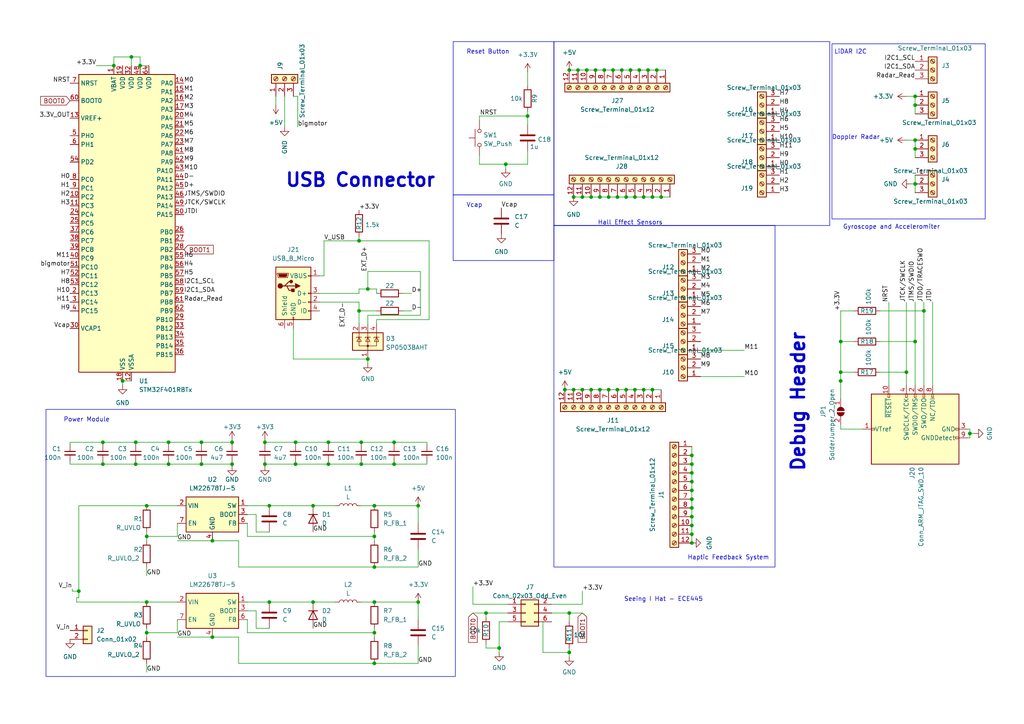
<source format=kicad_sch>
(kicad_sch (version 20230121) (generator eeschema)
  (paper "A4")
  (junction (at 90.805 174.625))
  (junction (at 173.99 57.15))
  (junction (at 165.1 177.8))
  (junction (at 200.66 157.48))
  (junction (at 166.37 57.15))
  (junction (at 173.99 113.03))
  (junction (at 35.56 110.49))
  (junction (at 189.23 57.15))
  (junction (at 90.805 146.685))
  (junction (at 267.97 90.17))
  (junction (at 67.31 128.27))
  (junction (at 265.43 99.06))
  (junction (at 184.15 57.15))
  (junction (at 39.37 134.62))
  (junction (at 179.07 57.15))
  (junction (at 200.66 139.7))
  (junction (at 167.64 20.32))
  (junction (at 184.15 113.03))
  (junction (at 176.53 113.03))
  (junction (at 153.035 33.655))
  (junction (at 76.835 128.27))
  (junction (at 42.545 155.575))
  (junction (at 262.89 107.95))
  (junction (at 58.42 128.27))
  (junction (at 42.545 183.515))
  (junction (at 78.105 174.625))
  (junction (at 78.105 146.685))
  (junction (at 265.43 40.64))
  (junction (at 38.1 16.51))
  (junction (at 243.84 107.95))
  (junction (at 42.545 146.685))
  (junction (at 186.69 57.15))
  (junction (at 140.97 177.8))
  (junction (at 58.42 134.62))
  (junction (at 190.5 20.32))
  (junction (at 187.96 20.32))
  (junction (at 181.61 57.15))
  (junction (at 114.3 128.27))
  (junction (at 106.68 104.14))
  (junction (at 106.68 83.82))
  (junction (at 48.895 134.62))
  (junction (at 85.725 128.27))
  (junction (at 189.23 113.03))
  (junction (at 121.285 146.685))
  (junction (at 166.37 113.03))
  (junction (at 200.66 149.86))
  (junction (at 121.285 174.625))
  (junction (at 146.685 47.625))
  (junction (at 177.8 20.32))
  (junction (at 265.43 27.94))
  (junction (at 39.37 128.27))
  (junction (at 108.585 192.405))
  (junction (at 85.725 134.62))
  (junction (at 104.14 69.85))
  (junction (at 22.86 171.45))
  (junction (at 176.53 57.15))
  (junction (at 200.66 147.32))
  (junction (at 191.77 57.15))
  (junction (at 108.585 183.515))
  (junction (at 180.34 20.32))
  (junction (at 200.66 134.62))
  (junction (at 61.595 156.845))
  (junction (at 200.66 132.08))
  (junction (at 40.64 19.05))
  (junction (at 165.1 189.23))
  (junction (at 108.585 155.575))
  (junction (at 144.78 187.96))
  (junction (at 172.72 20.32))
  (junction (at 200.66 144.78))
  (junction (at 200.66 152.4))
  (junction (at 168.91 113.03))
  (junction (at 243.84 99.06))
  (junction (at 200.66 137.16))
  (junction (at 165.1 20.32))
  (junction (at 200.66 142.24))
  (junction (at 108.585 174.625))
  (junction (at 168.91 57.15))
  (junction (at 104.14 90.17))
  (junction (at 104.775 128.27))
  (junction (at 182.88 20.32))
  (junction (at 114.3 134.62))
  (junction (at 104.775 134.62))
  (junction (at 181.61 113.03))
  (junction (at 243.84 110.49))
  (junction (at 265.43 43.18))
  (junction (at 67.31 134.62))
  (junction (at 61.595 184.785))
  (junction (at 108.585 164.465))
  (junction (at 48.895 128.27))
  (junction (at 29.845 134.62))
  (junction (at 171.45 57.15))
  (junction (at 265.43 53.34))
  (junction (at 108.585 146.685))
  (junction (at 186.69 113.03))
  (junction (at 95.25 128.27))
  (junction (at 170.18 20.32))
  (junction (at 200.66 154.94))
  (junction (at 29.845 128.27))
  (junction (at 171.45 113.03))
  (junction (at 175.26 20.32))
  (junction (at 281.305 125.73))
  (junction (at 179.07 113.03))
  (junction (at 76.835 134.62))
  (junction (at 95.25 134.62))
  (junction (at 163.83 113.03))
  (junction (at 265.43 30.48))
  (junction (at 33.02 19.05))
  (junction (at 185.42 20.32))
  (junction (at 42.545 174.625))
  (wire (pts (xy 67.31 128.27) (xy 58.42 128.27)))
  (wire (pts (xy 67.31 134.62) (xy 67.31 133.985)))
  (wire (pts (xy 85.725 128.27) (xy 95.25 128.27)))
  (wire (pts (xy 92.71 85.09) (xy 104.14 85.09)))
  (wire (pts (xy 78.105 154.305) (xy 74.295 154.305)))
  (wire (pts (xy 48.895 128.905) (xy 48.895 128.27)))
  (wire (pts (xy 104.775 174.625) (xy 108.585 174.625)))
  (wire (pts (xy 121.285 146.685) (xy 121.285 151.765)))
  (wire (pts (xy 108.585 146.685) (xy 121.285 146.685)))
  (wire (pts (xy 262.89 27.94) (xy 265.43 27.94)))
  (wire (pts (xy 166.37 113.03) (xy 168.91 113.03)))
  (wire (pts (xy 140.97 186.69) (xy 140.97 187.96)))
  (wire (pts (xy 139.065 34.925) (xy 139.065 33.655)))
  (wire (pts (xy 106.68 93.98) (xy 106.68 91.44)))
  (wire (pts (xy 267.97 90.17) (xy 267.97 87.63)))
  (wire (pts (xy 29.845 128.27) (xy 20.32 128.27)))
  (wire (pts (xy 106.68 78.74) (xy 106.68 83.82)))
  (wire (pts (xy 157.48 189.23) (xy 165.1 189.23)))
  (wire (pts (xy 203.2 101.6) (xy 215.9 101.6)))
  (wire (pts (xy 171.45 113.03) (xy 173.99 113.03)))
  (wire (pts (xy 179.07 57.15) (xy 181.61 57.15)))
  (wire (pts (xy 93.98 69.85) (xy 104.14 69.85)))
  (wire (pts (xy 146.685 47.625) (xy 146.685 48.895)))
  (wire (pts (xy 153.035 47.625) (xy 146.685 47.625)))
  (wire (pts (xy 82.55 36.83) (xy 82.55 27.94)))
  (wire (pts (xy 104.775 134.62) (xy 114.3 134.62)))
  (wire (pts (xy 140.97 187.96) (xy 144.78 187.96)))
  (wire (pts (xy 186.69 57.15) (xy 189.23 57.15)))
  (wire (pts (xy 20.32 128.27) (xy 20.32 128.905)))
  (wire (pts (xy 40.64 19.05) (xy 43.18 19.05)))
  (wire (pts (xy 76.835 135.255) (xy 76.835 134.62)))
  (wire (pts (xy 95.25 133.985) (xy 95.25 134.62)))
  (wire (pts (xy 109.22 93.98) (xy 109.22 92.71)))
  (wire (pts (xy 153.035 33.655) (xy 153.035 36.195)))
  (wire (pts (xy 106.68 104.14) (xy 106.68 105.41)))
  (wire (pts (xy 262.89 40.64) (xy 265.43 40.64)))
  (wire (pts (xy 243.84 90.17) (xy 247.65 90.17)))
  (wire (pts (xy 139.065 45.085) (xy 139.065 47.625)))
  (wire (pts (xy 123.825 134.62) (xy 123.825 133.985)))
  (wire (pts (xy 39.37 133.985) (xy 39.37 134.62)))
  (wire (pts (xy 51.435 156.845) (xy 61.595 156.845)))
  (wire (pts (xy 243.84 123.19) (xy 243.84 124.46)))
  (wire (pts (xy 76.835 128.27) (xy 76.835 128.905)))
  (wire (pts (xy 69.215 192.405) (xy 69.215 184.785)))
  (wire (pts (xy 67.31 128.27) (xy 67.31 128.905)))
  (wire (pts (xy 265.43 30.48) (xy 265.43 33.02)))
  (wire (pts (xy 123.825 128.27) (xy 123.825 128.905)))
  (wire (pts (xy 106.68 83.82) (xy 109.22 83.82)))
  (wire (pts (xy 42.545 183.515) (xy 42.545 184.785)))
  (wire (pts (xy 114.3 133.985) (xy 114.3 134.62)))
  (wire (pts (xy 137.16 177.8) (xy 140.97 177.8)))
  (wire (pts (xy 168.91 113.03) (xy 171.45 113.03)))
  (wire (pts (xy 48.895 128.27) (xy 39.37 128.27)))
  (wire (pts (xy 104.14 69.85) (xy 104.14 68.58)))
  (wire (pts (xy 42.545 183.515) (xy 51.435 183.515)))
  (wire (pts (xy 108.585 174.625) (xy 121.285 174.625)))
  (wire (pts (xy 153.035 43.815) (xy 153.035 47.625)))
  (wire (pts (xy 76.835 134.62) (xy 85.725 134.62)))
  (wire (pts (xy 104.775 133.985) (xy 104.775 134.62)))
  (wire (pts (xy 109.22 83.82) (xy 109.22 85.09)))
  (wire (pts (xy 33.02 16.51) (xy 33.02 19.05)))
  (wire (pts (xy 165.1 189.23) (xy 165.1 190.5)))
  (wire (pts (xy 121.285 187.325) (xy 121.285 192.405)))
  (wire (pts (xy 74.295 149.225) (xy 71.755 149.225)))
  (wire (pts (xy 265.43 50.8) (xy 265.43 53.34)))
  (wire (pts (xy 108.585 182.245) (xy 108.585 183.515)))
  (wire (pts (xy 182.88 20.32) (xy 185.42 20.32)))
  (wire (pts (xy 281.305 125.73) (xy 282.575 125.73)))
  (wire (pts (xy 74.295 182.245) (xy 74.295 177.165)))
  (wire (pts (xy 265.43 111.76) (xy 265.43 99.06)))
  (wire (pts (xy 39.37 134.62) (xy 29.845 134.62)))
  (wire (pts (xy 42.545 164.465) (xy 42.545 167.005)))
  (wire (pts (xy 95.25 128.905) (xy 95.25 128.27)))
  (wire (pts (xy 185.42 20.32) (xy 187.96 20.32)))
  (wire (pts (xy 39.37 128.27) (xy 29.845 128.27)))
  (wire (pts (xy 173.99 57.15) (xy 176.53 57.15)))
  (wire (pts (xy 74.295 177.165) (xy 71.755 177.165)))
  (wire (pts (xy 20.955 170.815) (xy 20.955 171.45)))
  (wire (pts (xy 280.67 127) (xy 281.305 127)))
  (wire (pts (xy 78.105 182.245) (xy 74.295 182.245)))
  (wire (pts (xy 160.02 180.34) (xy 157.48 180.34)))
  (wire (pts (xy 40.64 16.51) (xy 40.64 19.05)))
  (wire (pts (xy 186.69 113.03) (xy 189.23 113.03)))
  (wire (pts (xy 93.98 80.01) (xy 92.71 80.01)))
  (wire (pts (xy 93.98 69.85) (xy 93.98 80.01)))
  (wire (pts (xy 39.37 128.905) (xy 39.37 128.27)))
  (wire (pts (xy 42.545 192.405) (xy 42.545 194.945)))
  (wire (pts (xy 144.78 180.34) (xy 147.32 180.34)))
  (wire (pts (xy 265.43 27.94) (xy 265.43 30.48)))
  (wire (pts (xy 67.31 134.62) (xy 58.42 134.62)))
  (wire (pts (xy 33.02 16.51) (xy 38.1 16.51)))
  (wire (pts (xy 85.09 104.14) (xy 106.68 104.14)))
  (wire (pts (xy 71.755 183.515) (xy 108.585 183.515)))
  (wire (pts (xy 160.02 177.8) (xy 165.1 177.8)))
  (wire (pts (xy 69.215 164.465) (xy 69.215 156.845)))
  (wire (pts (xy 108.585 154.305) (xy 108.585 155.575)))
  (wire (pts (xy 200.66 144.78) (xy 200.66 142.24)))
  (wire (pts (xy 165.1 177.8) (xy 168.91 177.8)))
  (wire (pts (xy 22.225 174.625) (xy 42.545 174.625)))
  (wire (pts (xy 139.065 47.625) (xy 146.685 47.625)))
  (wire (pts (xy 116.84 90.17) (xy 119.38 90.17)))
  (wire (pts (xy 104.775 128.905) (xy 104.775 128.27)))
  (wire (pts (xy 86.36 36.83) (xy 86.36 27.94)))
  (wire (pts (xy 121.285 174.625) (xy 121.285 179.705)))
  (wire (pts (xy 114.3 128.905) (xy 114.3 128.27)))
  (wire (pts (xy 144.78 180.34) (xy 144.78 187.96)))
  (wire (pts (xy 243.84 124.46) (xy 250.19 124.46)))
  (wire (pts (xy 243.84 115.57) (xy 243.84 110.49)))
  (wire (pts (xy 85.725 134.62) (xy 95.25 134.62)))
  (wire (pts (xy 108.585 192.405) (xy 121.285 192.405)))
  (wire (pts (xy 255.27 107.95) (xy 262.89 107.95)))
  (wire (pts (xy 140.97 177.8) (xy 140.97 179.07)))
  (wire (pts (xy 58.42 133.985) (xy 58.42 134.62)))
  (wire (pts (xy 264.16 53.34) (xy 265.43 53.34)))
  (wire (pts (xy 166.37 57.15) (xy 168.91 57.15)))
  (wire (pts (xy 189.23 113.03) (xy 191.77 113.03)))
  (wire (pts (xy 265.43 53.34) (xy 265.43 55.88)))
  (wire (pts (xy 109.22 92.71) (xy 124.46 92.71)))
  (wire (pts (xy 86.36 27.94) (xy 85.09 27.94)))
  (wire (pts (xy 200.66 137.16) (xy 200.66 134.62)))
  (wire (pts (xy 255.27 90.17) (xy 267.97 90.17)))
  (wire (pts (xy 257.81 111.76) (xy 257.81 87.63)))
  (wire (pts (xy 58.42 134.62) (xy 48.895 134.62)))
  (wire (pts (xy 95.25 128.27) (xy 104.775 128.27)))
  (wire (pts (xy 90.805 146.685) (xy 97.155 146.685)))
  (wire (pts (xy 61.595 184.785) (xy 69.215 184.785)))
  (wire (pts (xy 22.86 146.685) (xy 42.545 146.685)))
  (wire (pts (xy 243.205 110.49) (xy 243.84 110.49)))
  (wire (pts (xy 281.305 127) (xy 281.305 125.73)))
  (wire (pts (xy 153.035 32.385) (xy 153.035 33.655)))
  (wire (pts (xy 200.66 134.62) (xy 200.66 132.08)))
  (wire (pts (xy 177.8 20.32) (xy 180.34 20.32)))
  (wire (pts (xy 48.895 134.62) (xy 39.37 134.62)))
  (wire (pts (xy 71.755 179.705) (xy 71.755 183.515)))
  (wire (pts (xy 265.43 99.06) (xy 265.43 87.63)))
  (wire (pts (xy 200.66 152.4) (xy 200.66 149.86)))
  (wire (pts (xy 147.32 177.8) (xy 140.97 177.8)))
  (wire (pts (xy 121.92 78.74) (xy 106.68 78.74)))
  (wire (pts (xy 108.585 183.515) (xy 108.585 184.785)))
  (wire (pts (xy 267.97 111.76) (xy 267.97 90.17)))
  (wire (pts (xy 90.805 174.625) (xy 97.155 174.625)))
  (wire (pts (xy 184.15 57.15) (xy 186.69 57.15)))
  (wire (pts (xy 29.845 128.905) (xy 29.845 128.27)))
  (wire (pts (xy 22.86 171.45) (xy 22.86 146.685)))
  (wire (pts (xy 42.545 154.305) (xy 42.545 155.575)))
  (wire (pts (xy 71.755 155.575) (xy 108.585 155.575)))
  (wire (pts (xy 114.3 128.27) (xy 123.825 128.27)))
  (wire (pts (xy 200.66 142.24) (xy 200.66 139.7)))
  (wire (pts (xy 71.755 151.765) (xy 71.755 155.575)))
  (wire (pts (xy 76.835 134.62) (xy 76.835 133.985)))
  (wire (pts (xy 280.67 124.46) (xy 281.305 124.46)))
  (wire (pts (xy 67.31 135.255) (xy 67.31 134.62)))
  (wire (pts (xy 80.01 27.94) (xy 80.01 30.48)))
  (wire (pts (xy 42.545 182.245) (xy 42.545 183.515)))
  (wire (pts (xy 184.15 113.03) (xy 186.69 113.03)))
  (wire (pts (xy 104.14 90.17) (xy 104.14 93.98)))
  (wire (pts (xy 200.66 132.08) (xy 200.66 129.54)))
  (wire (pts (xy 243.84 107.95) (xy 243.84 99.06)))
  (wire (pts (xy 76.835 128.27) (xy 85.725 128.27)))
  (wire (pts (xy 104.14 87.63) (xy 104.14 90.17)))
  (wire (pts (xy 137.16 170.18) (xy 137.16 175.26)))
  (wire (pts (xy 181.61 57.15) (xy 184.15 57.15)))
  (wire (pts (xy 71.755 174.625) (xy 78.105 174.625)))
  (wire (pts (xy 67.31 127.635) (xy 67.31 128.27)))
  (wire (pts (xy 78.105 174.625) (xy 90.805 174.625)))
  (wire (pts (xy 104.14 83.82) (xy 106.68 83.82)))
  (wire (pts (xy 29.845 133.985) (xy 29.845 134.62)))
  (wire (pts (xy 270.51 111.76) (xy 270.51 87.63)))
  (wire (pts (xy 200.66 154.94) (xy 200.66 152.4)))
  (wire (pts (xy 163.83 113.03) (xy 166.37 113.03)))
  (wire (pts (xy 203.2 109.22) (xy 215.9 109.22)))
  (wire (pts (xy 104.775 128.27) (xy 114.3 128.27)))
  (wire (pts (xy 187.96 20.32) (xy 190.5 20.32)))
  (wire (pts (xy 42.545 155.575) (xy 51.435 155.575)))
  (wire (pts (xy 22.86 173.355) (xy 22.225 173.355)))
  (wire (pts (xy 262.89 107.95) (xy 262.89 87.63)))
  (wire (pts (xy 104.775 146.685) (xy 108.585 146.685)))
  (wire (pts (xy 190.5 20.32) (xy 193.04 20.32)))
  (wire (pts (xy 153.035 20.955) (xy 153.035 24.765)))
  (wire (pts (xy 74.295 154.305) (xy 74.295 149.225)))
  (wire (pts (xy 137.16 175.26) (xy 147.32 175.26)))
  (wire (pts (xy 165.1 20.32) (xy 167.64 20.32)))
  (wire (pts (xy 104.14 90.17) (xy 109.22 90.17)))
  (wire (pts (xy 20.32 134.62) (xy 20.32 133.985)))
  (wire (pts (xy 48.895 133.985) (xy 48.895 134.62)))
  (wire (pts (xy 22.86 173.355) (xy 22.86 171.45)))
  (wire (pts (xy 104.14 83.82) (xy 104.14 85.09)))
  (wire (pts (xy 175.26 20.32) (xy 177.8 20.32)))
  (wire (pts (xy 51.435 184.785) (xy 61.595 184.785)))
  (wire (pts (xy 165.1 187.96) (xy 165.1 189.23)))
  (wire (pts (xy 69.215 164.465) (xy 108.585 164.465)))
  (wire (pts (xy 106.68 91.44) (xy 121.92 91.44)))
  (wire (pts (xy 29.845 134.62) (xy 20.32 134.62)))
  (wire (pts (xy 243.84 107.95) (xy 247.65 107.95)))
  (wire (pts (xy 189.23 57.15) (xy 191.77 57.15)))
  (wire (pts (xy 69.215 192.405) (xy 108.585 192.405)))
  (wire (pts (xy 51.435 155.575) (xy 51.435 151.765)))
  (wire (pts (xy 191.77 57.15) (xy 194.31 57.15)))
  (wire (pts (xy 167.64 20.32) (xy 170.18 20.32)))
  (wire (pts (xy 35.56 110.49) (xy 38.1 110.49)))
  (wire (pts (xy 243.84 99.06) (xy 247.65 99.06)))
  (wire (pts (xy 116.84 85.09) (xy 119.38 85.09)))
  (wire (pts (xy 92.71 87.63) (xy 104.14 87.63)))
  (wire (pts (xy 172.72 20.32) (xy 175.26 20.32)))
  (wire (pts (xy 121.285 159.385) (xy 121.285 164.465)))
  (wire (pts (xy 124.46 69.85) (xy 104.14 69.85)))
  (wire (pts (xy 262.89 111.76) (xy 262.89 107.95)))
  (wire (pts (xy 121.92 91.44) (xy 121.92 78.74)))
  (wire (pts (xy 20.955 171.45) (xy 22.86 171.45)))
  (wire (pts (xy 180.34 20.32) (xy 182.88 20.32)))
  (wire (pts (xy 85.725 128.905) (xy 85.725 128.27)))
  (wire (pts (xy 243.84 110.49) (xy 243.84 107.95)))
  (wire (pts (xy 51.435 183.515) (xy 51.435 179.705)))
  (wire (pts (xy 168.91 171.45) (xy 168.91 175.26)))
  (wire (pts (xy 35.56 110.49) (xy 35.56 111.76)))
  (wire (pts (xy 200.66 157.48) (xy 200.66 154.94)))
  (wire (pts (xy 38.1 16.51) (xy 40.64 16.51)))
  (wire (pts (xy 114.3 134.62) (xy 123.825 134.62)))
  (wire (pts (xy 42.545 146.685) (xy 51.435 146.685)))
  (wire (pts (xy 108.585 155.575) (xy 108.585 156.845)))
  (wire (pts (xy 265.43 43.18) (xy 265.43 40.64)))
  (wire (pts (xy 85.09 95.25) (xy 85.09 104.14)))
  (wire (pts (xy 176.53 113.03) (xy 179.07 113.03)))
  (wire (pts (xy 176.53 57.15) (xy 179.07 57.15)))
  (wire (pts (xy 78.105 146.685) (xy 90.805 146.685)))
  (wire (pts (xy 243.84 99.06) (xy 243.84 90.17)))
  (wire (pts (xy 124.46 92.71) (xy 124.46 69.85)))
  (wire (pts (xy 181.61 113.03) (xy 184.15 113.03)))
  (wire (pts (xy 38.1 16.51) (xy 38.1 19.05)))
  (wire (pts (xy 139.065 33.655) (xy 153.035 33.655)))
  (wire (pts (xy 85.725 133.985) (xy 85.725 134.62)))
  (wire (pts (xy 71.755 146.685) (xy 78.105 146.685)))
  (wire (pts (xy 108.585 164.465) (xy 121.285 164.465)))
  (wire (pts (xy 22.225 173.355) (xy 22.225 174.625)))
  (wire (pts (xy 76.835 127.635) (xy 76.835 128.27)))
  (wire (pts (xy 42.545 155.575) (xy 42.545 156.845)))
  (wire (pts (xy 200.66 147.32) (xy 200.66 144.78)))
  (wire (pts (xy 160.02 175.26) (xy 168.91 175.26)))
  (wire (pts (xy 61.595 156.845) (xy 69.215 156.845)))
  (wire (pts (xy 58.42 128.27) (xy 48.895 128.27)))
  (wire (pts (xy 58.42 128.905) (xy 58.42 128.27)))
  (wire (pts (xy 170.18 20.32) (xy 172.72 20.32)))
  (wire (pts (xy 165.1 177.8) (xy 165.1 180.34)))
  (wire (pts (xy 95.25 134.62) (xy 104.775 134.62)))
  (wire (pts (xy 171.45 57.15) (xy 173.99 57.15)))
  (wire (pts (xy 173.99 113.03) (xy 176.53 113.03)))
  (wire (pts (xy 42.545 174.625) (xy 51.435 174.625)))
  (wire (pts (xy 144.78 187.96) (xy 144.78 189.23)))
  (wire (pts (xy 265.43 43.18) (xy 265.43 45.72)))
  (wire (pts (xy 281.305 124.46) (xy 281.305 125.73)))
  (wire (pts (xy 179.07 113.03) (xy 181.61 113.03)))
  (wire (pts (xy 200.66 139.7) (xy 200.66 137.16)))
  (wire (pts (xy 157.48 180.34) (xy 157.48 189.23)))
  (wire (pts (xy 168.91 57.15) (xy 171.45 57.15)))
  (wire (pts (xy 255.27 99.06) (xy 265.43 99.06)))
  (wire (pts (xy 200.66 149.86) (xy 200.66 147.32)))
  (wire (pts (xy 27.94 19.05) (xy 33.02 19.05)))
  (rectangle (start 160.655 12.065) (end 240.665 65.405))
  (rectangle (start 241.3 12.7) (end 285.75 63.5))
  (rectangle (start 13.335 118.745) (end 132.08 196.215))
  (rectangle (start 131.445 12.065) (end 160.655 56.515))
  (rectangle (start 131.445 56.515) (end 160.655 75.565))
  (rectangle (start 160.655 65.405) (end 224.79 164.465))
  (text "Seeing I Hat - ECE445\n" (at 180.975 174.625 0) (effects (font (size 1.27 1.27)) (justify left bottom)))
  (text "Debug Header" (at 233.68 137.16 90) (effects (font (size 3.81 3.81) (thickness 0.762) bold) (justify left bottom)))
  (text "Power Module\n" (at 18.415 122.555 0) (effects (font (size 1.27 1.27)) (justify left bottom)))
  (text "Haptic Feedback System" (at 199.39 162.56 0) (effects (font (size 1.27 1.27)) (justify left bottom)))
  (text "Doppler Radar\n" (at 241.3 40.64 0) (effects (font (size 1.27 1.27)) (justify left bottom)))
  (text "Reset Button\n" (at 135.255 15.875 0) (effects (font (size 1.27 1.27)) (justify left bottom)))
  (text "USB Connector" (at 82.55 54.61 0) (effects (font (size 3.81 3.81) (thickness 0.762) bold) (justify left bottom)))
  (text "LiDAR I2C" (at 241.935 15.875 0) (effects (font (size 1.27 1.27)) (justify left bottom)))
  (text "Vcap" (at 135.255 60.325 0) (effects (font (size 1.27 1.27)) (justify left bottom)))
  (text "Hall Effect Sensors" (at 173.355 65.405 0) (effects (font (size 1.27 1.27)) (justify left bottom)))
  (text "Gyroscope and Acceleromiter" (at 244.475 66.675 0) (effects (font (size 1.27 1.27)) (justify left bottom)))
  (label "H1" (at 226.06 50.8 0))
  (label "M11" (at 215.9 101.6 0))
  (label "I2C1_SCL" (at 53.34 82.55 0))
  (label "D+" (at 119.38 85.09 0))
  (label "M10" (at 215.9 109.22 0))
  (label "M1" (at 203.2 76.2 0))
  (label "GND" (at 51.435 156.845 0))
  (label "M0" (at 53.34 24.13 0))
  (label "GND" (at 121.285 192.405 0))
  (label "M4" (at 203.2 83.82 0))
  (label "GND" (at 42.545 194.945 0))
  (label "GND" (at 90.805 182.245 0))
  (label "M6" (at 203.2 88.9 0))
  (label "H1" (at 20.32 54.61 180))
  (label "M5" (at 53.34 36.83 0))
  (label "M2" (at 53.34 29.21 0))
  (label "H6" (at 226.06 35.56 0))
  (label "GND" (at 90.805 154.305 0))
  (label "M2" (at 203.2 78.74 0))
  (label "+3.3V" (at 27.94 19.05 180))
  (label "EXT_D+" (at 106.68 78.74 90))
  (label "H2" (at 226.06 53.34 0))
  (label "+3.3V" (at 104.14 60.96 0))
  (label "+3.3V" (at 243.84 90.17 90))
  (label "M5" (at 203.2 86.36 0))
  (label "NRST" (at 144.145 33.655 180))
  (label "H2" (at 20.32 57.15 180))
  (label "D-" (at 119.38 90.17 0))
  (label "I2C1_SDA" (at 53.34 85.09 0))
  (label "H0" (at 226.06 48.26 0))
  (label "M8" (at 203.2 104.14 0))
  (label "+3.3V" (at 168.91 171.45 0))
  (label "I2C1_SDA" (at 265.43 20.32 180))
  (label "M4" (at 53.34 34.29 0))
  (label "M0" (at 203.2 73.66 0))
  (label "M8" (at 53.34 44.45 0))
  (label "EXT_D-" (at 100.33 87.63 270))
  (label "NRST" (at 257.81 87.63 90))
  (label "H9" (at 20.32 90.17 180))
  (label "H10" (at 20.32 85.09 180))
  (label "D+" (at 53.34 54.61 0))
  (label "GND" (at 42.545 167.005 0))
  (label "JTMS{slash}SWDIO" (at 265.43 87.63 90))
  (label "H9" (at 226.06 45.72 0))
  (label "M9" (at 203.2 106.68 0))
  (label "JTMS{slash}SWDIO" (at 53.34 57.15 0))
  (label "M7" (at 203.2 91.44 0))
  (label "H5" (at 226.06 38.1 0))
  (label "H11" (at 226.06 43.18 0))
  (label "JTDI" (at 270.51 87.63 90))
  (label "M11" (at 20.32 74.93 180))
  (label "M10" (at 53.34 49.53 0))
  (label "H3" (at 226.06 55.88 0))
  (label "bigmotor" (at 20.32 77.47 180))
  (label "H7" (at 226.06 27.94 0))
  (label "Radar_Read" (at 53.34 87.63 0))
  (label "+3.3V" (at 137.16 170.18 0))
  (label "H8" (at 20.32 82.55 180))
  (label "M6" (at 53.34 39.37 0))
  (label "GND" (at 51.435 184.785 0))
  (label "Vcap" (at 145.415 60.325 0))
  (label "H7" (at 20.32 80.01 180))
  (label "H5" (at 53.34 80.01 0))
  (label "JTCK{slash}SWCLK" (at 53.34 59.69 0))
  (label "V_in" (at 20.32 182.88 180))
  (label "M7" (at 53.34 41.91 0))
  (label "H8" (at 226.06 30.48 0))
  (label "I2C1_SCL" (at 265.43 17.78 180))
  (label "GND" (at 121.285 164.465 0))
  (label "D-" (at 53.34 52.07 0))
  (label "H4" (at 226.06 33.02 0))
  (label "Radar_Read" (at 265.43 22.86 180))
  (label "H3" (at 20.32 59.69 180))
  (label "M1" (at 53.34 26.67 0))
  (label "H11" (at 20.32 87.63 180))
  (label "V_USB" (at 93.98 69.85 0))
  (label "M3" (at 203.2 81.28 0))
  (label "JTDI" (at 53.34 62.23 0))
  (label "H6" (at 53.34 74.93 0))
  (label "H0" (at 20.32 52.07 180))
  (label "bigmotor" (at 86.36 36.83 0))
  (label "Vcap" (at 20.32 95.25 180))
  (label "M3" (at 53.34 31.75 0))
  (label "3.3V_OUT" (at 20.32 34.29 180))
  (label "NRST" (at 20.32 24.13 180))
  (label "JTDO{slash}TRACESWO" (at 267.97 87.63 90))
  (label "H10" (at 226.06 40.64 0))
  (label "M9" (at 53.34 46.99 0))
  (label "V_in" (at 20.955 170.815 180))
  (label "H4" (at 53.34 77.47 0))
  (label "JTCK{slash}SWCLK" (at 262.89 87.63 90))
  (global_label "BOOT0" (shape input) (at 137.16 177.8 270) (property "Intersheetrefs" "${INTERSHEET_REFS}" (effects hide)))
  (global_label "BOOT1" (shape input) (at 53.34 72.39 0) (property "Intersheetrefs" "${INTERSHEET_REFS}" (effects hide)))
  (global_label "BOOT1" (shape input) (at 168.91 177.8 270) (property "Intersheetrefs" "${INTERSHEET_REFS}" (effects hide)))
  (global_label "BOOT0" (shape input) (at 20.32 29.21 180) (property "Intersheetrefs" "${INTERSHEET_REFS}" (effects hide)))
  (symbol (lib_id "basic:R") (at 251.46 99.06 90) (unit 1)
    (property "Reference" "R18" (at 251.46 99.06 90))
    (property "Value" "100k" (at 251.8938 97.282 0) (effects (justify left)))
    (property "Footprint" "Resistor_SMD:R_0603_1608Metric" (effects hide))
  )
  (symbol (lib_id "power:GND") (at 165.1 190.5 0) (unit 1)
    (property "Reference" "#PWR029" (effects hide))
    (property "Value" "GND" (at 165.1 194.9434 0))
  )
  (symbol (lib_id "Device:L") (at 100.965 174.625 90) (unit 1)
    (property "Reference" "L2" (at 100.965 169.545 90))
    (property "Value" "L" (at 100.965 172.085 90))
    (property "Footprint" "Inductor_SMD:L_1210_3225Metric" (effects hide))
  )
  (symbol (lib_id "Device:C") (at 78.105 150.495 0) (unit 1)
    (property "Reference" "C8" (at 81.915 149.225 0) (effects (justify left)))
    (property "Value" "C" (at 81.915 151.765 0) (effects (justify left)))
    (property "Footprint" "Capacitor_SMD:C_1210_3225Metric_Pad1.33x2.70mm_HandSolder" (effects hide))
  )
  (symbol (lib_id "Regulator_Switching:LM22678TJ-5") (at 61.595 177.165 0) (unit 1)
    (property "Reference" "U3" (at 61.595 167.005 0))
    (property "Value" "LM22678TJ-5" (at 61.595 169.545 0))
    (property "Footprint" "Package_TO_SOT_SMD:TO-263-7_TabPin8" (effects hide))
    (property "Datasheet" "https://www.ti.com/lit/ds/symlink/lm22678.pdf" (effects hide))
  )
  (symbol (lib_id "Device:R") (at 42.545 178.435 0) (unit 1)
    (property "Reference" "R3" (at 38.735 178.435 0) (effects (justify left)))
    (property "Value" "R_UVLO" (at 33.655 180.975 0) (effects (justify left)))
    (property "Footprint" "Resistor_SMD:R_1210_3225Metric_Pad1.30x2.65mm_HandSolder" (effects hide))
  )
  (symbol (lib_id "Connector:Screw_Terminal_01x03") (at 198.12 99.06 180) (unit 1)
    (property "Reference" "J15" (at 195.58 100.33 0) (effects (justify left)))
    (property "Value" "Screw_Terminal_01x03" (effects hide))
    (property "Footprint" "Connector_PinSocket_2.54mm:PinSocket_1x03_P2.54mm_Vertical" (effects hide))
  )
  (symbol (lib_id "power:+5V") (at 80.01 30.48 180) (unit 1)
    (property "Reference" "#PWR038" (effects hide))
    (property "Value" "+5V" (at 80.01 35.56 0))
  )
  (symbol (lib_id "Connector:Screw_Terminal_01x12") (at 179.07 118.11 270) (unit 1)
    (property "Reference" "J11" (at 177.8 121.92 90))
    (property "Value" "Screw_Terminal_01x12" (at 177.8 124.46 90))
    (property "Footprint" "Connector_PinSocket_2.54mm:PinSocket_1x12_P2.54mm_Vertical" (effects hide))
  )
  (symbol (lib_id "power:GND") (at 166.37 57.15 0) (mirror y) (unit 1)
    (property "Reference" "#PWR076" (effects hide))
    (property "Value" "GND" (at 166.37 62.23 0))
  )
  (symbol (lib_id "power:GND") (at 145.415 67.945 0) (unit 1)
    (property "Reference" "#PWR09" (effects hide))
    (property "Value" "GND" (at 145.415 73.025 0))
  )
  (symbol (lib_id "basic:R") (at 251.46 90.17 90) (unit 1)
    (property "Reference" "R19" (at 251.46 90.17 90))
    (property "Value" "100k" (at 251.8938 88.392 0) (effects (justify left)))
    (property "Footprint" "Resistor_SMD:R_0603_1608Metric" (effects hide))
  )
  (symbol (lib_id "Connector:Screw_Terminal_01x03") (at 220.98 53.34 180) (unit 1)
    (property "Reference" "J19" (at 218.44 54.61 0) (effects (justify left)))
    (property "Value" "Screw_Terminal_01x03" (at 232.41 48.26 0) (effects (justify left)))
    (property "Footprint" "Connector_PinSocket_2.54mm:PinSocket_1x03_P2.54mm_Vertical" (effects hide))
  )
  (symbol (lib_id "Device:C_Small") (at 85.725 131.445 0) (unit 1)
    (property "Reference" "C10" (at 88.265 130.175 0) (effects (justify left)))
    (property "Value" "100n" (at 88.265 132.715 0) (effects (justify left)))
    (property "Footprint" "Capacitor_SMD:C_0402_1005Metric" (effects hide))
    (property "LCSC Part #" "C1525" (effects hide))
  )
  (symbol (lib_id "basic:C") (at 153.035 40.005 0) (unit 1)
    (property "Reference" "C18" (at 155.956 40.4388 0) (effects (justify left)))
    (property "Value" "1u" (at 153.67 42.545 0) (effects (justify left)))
    (property "Footprint" "Capacitor_SMD:C_0603_1608Metric" (effects hide))
  )
  (symbol (lib_id "power:+3.3V") (at 121.285 174.625 0) (unit 1)
    (property "Reference" "#PWR08" (effects hide))
    (property "Value" "+3.3V" (at 121.285 169.545 0))
  )
  (symbol (lib_id "Device:R") (at 108.585 150.495 0) (unit 1)
    (property "Reference" "R5" (at 111.125 149.225 0) (effects (justify left)))
    (property "Value" "R_FB_1" (at 111.125 151.765 0) (effects (justify left)))
    (property "Footprint" "Resistor_SMD:R_1210_3225Metric_Pad1.30x2.65mm_HandSolder" (effects hide))
  )
  (symbol (lib_id "Device:C_Small") (at 39.37 131.445 0) (mirror y) (unit 1)
    (property "Reference" "C3" (at 36.83 130.175 0) (effects (justify left)))
    (property "Value" "100n" (at 36.83 132.715 0) (effects (justify left)))
    (property "Footprint" "Capacitor_SMD:C_0402_1005Metric" (effects hide))
    (property "LCSC Part #" "C1525" (effects hide))
  )
  (symbol (lib_id "power:GND") (at 20.32 185.42 0) (unit 1)
    (property "Reference" "#PWR014" (effects hide))
    (property "Value" "GND" (at 20.32 190.5 0))
  )
  (symbol (lib_id "basic:R") (at 165.1 184.15 0) (unit 1)
    (property "Reference" "R11" (at 165.1 184.15 90))
    (property "Value" "10k" (at 166.37 184.15 0) (effects (justify left)))
    (property "Footprint" "Resistor_SMD:R_0603_1608Metric" (effects hide))
  )
  (symbol (lib_id "Device:C_Small") (at 114.3 131.445 0) (unit 1)
    (property "Reference" "C13" (at 116.84 130.175 0) (effects (justify left)))
    (property "Value" "100n" (at 116.84 132.715 0) (effects (justify left)))
    (property "Footprint" "Capacitor_SMD:C_0402_1005Metric" (effects hide))
    (property "LCSC Part #" "C1525" (effects hide))
  )
  (symbol (lib_id "Switch:SW_Push") (at 139.065 40.005 90) (unit 1)
    (property "Reference" "SW1" (at 140.208 39.1703 90) (effects (justify right)))
    (property "Value" "SW_Push" (at 140.208 41.7072 90) (effects (justify right)))
    (property "Footprint" "Button_Switch_SMD:SW_SPST_B3S-1000" (effects hide))
    (property "Datasheet" "https://www.digikey.com/en/products/detail/omron-electronics-inc-emc-div/B3S-1000/20686" (effects hide))
  )
  (symbol (lib_id "Device:C") (at 121.285 155.575 0) (unit 1)
    (property "Reference" "C14" (at 125.095 154.305 0) (effects (justify left)))
    (property "Value" "C" (at 125.095 156.845 0) (effects (justify left)))
    (property "Footprint" "Capacitor_SMD:C_1210_3225Metric_Pad1.33x2.70mm_HandSolder" (effects hide))
  )
  (symbol (lib_id "Device:R") (at 108.585 160.655 0) (unit 1)
    (property "Reference" "R6" (at 111.125 159.385 0) (effects (justify left)))
    (property "Value" "R_FB_2" (at 111.125 161.925 0) (effects (justify left)))
    (property "Footprint" "Resistor_SMD:R_1210_3225Metric_Pad1.30x2.65mm_HandSolder" (effects hide))
  )
  (symbol (lib_id "Connector_Generic:Conn_01x02") (at 25.4 182.88 0) (unit 1)
    (property "Reference" "J2" (at 27.94 182.88 0) (effects (justify left)))
    (property "Value" "Conn_01x02" (at 27.94 185.42 0) (effects (justify left)))
    (property "Footprint" "Connector_AMASS:AMASS_XT60-M_1x02_P7.20mm_Vertical" (effects hide))
  )
  (symbol (lib_id "Connector:Conn_ARM_JTAG_SWD_10") (at 265.43 124.46 90) (unit 1)
    (property "Reference" "J20" (at 264.5953 135.382 0) (effects (justify right)))
    (property "Value" "Conn_ARM_JTAG_SWD_10" (at 267.1322 135.382 0) (effects (justify right)))
    (property "Footprint" "Connector_IDC:IDC-Header_2x05_P2.54mm_Vertical" (effects hide))
    (property "Datasheet" "http://infocenter.arm.com/help/topic/com.arm.doc.ddi0314h/DDI0314H_coresight_components_trm.pdf" (effects hide))
  )
  (symbol (lib_id "Jumper:SolderJumper_2_Open") (at 243.84 119.38 270) (unit 1)
    (property "Reference" "JP1" (at 238.76 119.38 0))
    (property "Value" "SolderJumper_2_Open" (at 241.3 123.19 0))
    (property "Footprint" "Jumper:SolderJumper-2_P1.3mm_Open_TrianglePad1.0x1.5mm" (effects hide))
  )
  (symbol (lib_id "power:GND") (at 146.685 48.895 0) (unit 1)
    (property "Reference" "#PWR010" (effects hide))
    (property "Value" "GND" (at 146.685 53.3384 0))
  )
  (symbol (lib_id "Device:C_Small") (at 67.31 131.445 0) (mirror y) (unit 1)
    (property "Reference" "C6" (at 64.77 130.175 0) (effects (justify left)))
    (property "Value" "4u7" (at 64.77 132.715 0) (effects (justify left)))
    (property "Footprint" "Capacitor_SMD:C_0603_1608Metric" (effects hide))
    (property "LCSC Part #" "C19666" (effects hide))
  )
  (symbol (lib_id "Device:R") (at 42.545 188.595 0) (unit 1)
    (property "Reference" "R4" (at 38.735 187.325 0) (effects (justify left)))
    (property "Value" "R_UVLO_2" (at 31.115 189.865 0) (effects (justify left)))
    (property "Footprint" "Resistor_SMD:R_1210_3225Metric_Pad1.30x2.65mm_HandSolder" (effects hide))
  )
  (symbol (lib_id "Device:C_Small") (at 76.835 131.445 0) (unit 1)
    (property "Reference" "C7" (at 79.375 130.175 0) (effects (justify left)))
    (property "Value" "4u7" (at 79.375 132.715 0) (effects (justify left)))
    (property "Footprint" "Capacitor_SMD:C_0603_1608Metric" (effects hide))
    (property "LCSC Part #" "C19666" (effects hide))
  )
  (symbol (lib_id "Connector:Screw_Terminal_01x03") (at 198.12 83.82 180) (unit 1)
    (property "Reference" "J13" (at 195.58 85.09 0) (effects (justify left)))
    (property "Value" "Screw_Terminal_01x03" (at 209.55 78.74 0) (effects (justify left)))
    (property "Footprint" "Connector_PinSocket_2.54mm:PinSocket_1x03_P2.54mm_Vertical" (effects hide))
  )
  (symbol (lib_id "power:+5V") (at 163.83 113.03 0) (unit 1)
    (property "Reference" "#PWR013" (effects hide))
    (property "Value" "+5V" (at 163.83 107.95 0))
  )
  (symbol (lib_id "Device:C_Small") (at 104.775 131.445 0) (unit 1)
    (property "Reference" "C12" (at 107.315 130.175 0) (effects (justify left)))
    (property "Value" "100n" (at 107.315 132.715 0) (effects (justify left)))
    (property "Footprint" "Capacitor_SMD:C_0402_1005Metric" (effects hide))
    (property "LCSC Part #" "C1525" (effects hide))
  )
  (symbol (lib_id "basic:R") (at 113.03 90.17 90) (unit 1)
    (property "Reference" "R15" (effects hide))
    (property "Value" "22" (at 113.03 87.9912 90))
    (property "Footprint" "Resistor_SMD:R_0603_1608Metric" (effects hide))
  )
  (symbol (lib_id "Connector:Screw_Terminal_01x03") (at 220.98 45.72 180) (unit 1)
    (property "Reference" "J18" (at 218.44 46.99 0) (effects (justify left)))
    (property "Value" "Screw_Terminal_01x03" (at 232.41 40.64 0) (effects (justify left)))
    (property "Footprint" "Connector_PinSocket_2.54mm:PinSocket_1x03_P2.54mm_Vertical" (effects hide))
  )
  (symbol (lib_id "Connector:Screw_Terminal_01x03") (at 270.51 43.18 0) (unit 1)
    (property "Reference" "J6" (at 273.05 41.91 0) (effects (justify left)))
    (property "Value" "Screw_Terminal_01x03" (at 259.08 49.53 0) (effects (justify left)))
    (property "Footprint" "Connector_PinSocket_2.54mm:PinSocket_1x03_P2.54mm_Vertical" (effects hide))
  )
  (symbol (lib_id "power:+5V") (at 262.89 40.64 90) (unit 1)
    (property "Reference" "#PWR027" (effects hide))
    (property "Value" "+5V" (at 259.08 40.64 90) (effects (justify left)))
  )
  (symbol (lib_id "power:GND") (at 35.56 111.76 0) (unit 1)
    (property "Reference" "#PWR031" (effects hide))
    (property "Value" "GND" (at 35.56 116.84 0))
  )
  (symbol (lib_id "power:GND") (at 76.835 135.255 0) (unit 1)
    (property "Reference" "#PWR06" (effects hide))
    (property "Value" "GND" (at 76.835 139.065 0))
  )
  (symbol (lib_id "Device:D") (at 90.805 150.495 90) (mirror x) (unit 1)
    (property "Reference" "D1" (at 93.345 149.225 90) (effects (justify right)))
    (property "Value" "D" (at 93.345 151.765 90) (effects (justify right)))
    (property "Footprint" "Diode_SMD:D_1210_3225Metric_Pad1.42x2.65mm_HandSolder" (effects hide))
    (property "Sim.Device" "D" (effects hide))
    (property "Sim.Pins" "1=K 2=A" (effects hide))
  )
  (symbol (lib_id "power:GND") (at 264.16 53.34 270) (unit 1)
    (property "Reference" "#PWR025" (effects hide))
    (property "Value" "GND" (at 260.35 53.34 90) (effects (justify right)))
  )
  (symbol (lib_id "Device:C_Small") (at 95.25 131.445 0) (unit 1)
    (property "Reference" "C11" (at 97.79 130.175 0) (effects (justify left)))
    (property "Value" "100n" (at 97.79 132.715 0) (effects (justify left)))
    (property "Footprint" "Capacitor_SMD:C_0402_1005Metric" (effects hide))
    (property "LCSC Part #" "C1525" (effects hide))
  )
  (symbol (lib_id "Connector:Screw_Terminal_01x12") (at 180.34 25.4 270) (unit 1)
    (property "Reference" "J27" (at 179.07 29.21 90))
    (property "Value" "Screw_Terminal_01x12" (at 179.07 31.75 90))
    (property "Footprint" "Connector_PinSocket_2.54mm:PinSocket_1x12_P2.54mm_Vertical" (effects hide))
  )
  (symbol (lib_id "STM32F4_REV2-rescue:+3.3V-power") (at 76.835 127.635 0) (unit 1)
    (property "Reference" "#PWR05" (effects hide))
    (property "Value" "+5V" (at 76.835 123.825 0))
  )
  (symbol (lib_id "Device:C") (at 145.415 64.135 0) (unit 1)
    (property "Reference" "C17" (at 149.225 62.865 0) (effects (justify left)))
    (property "Value" "C" (at 149.225 65.405 0) (effects (justify left)))
    (property "Footprint" "Capacitor_SMD:C_1210_3225Metric_Pad1.33x2.70mm_HandSolder" (effects hide))
  )
  (symbol (lib_id "STM32F4_REV2-rescue:+3.3V-power") (at 67.31 127.635 0) (mirror y) (unit 1)
    (property "Reference" "#PWR03" (effects hide))
    (property "Value" "+3.3V" (at 67.31 123.825 0))
  )
  (symbol (lib_id "basic:R") (at 140.97 182.88 0) (unit 1)
    (property "Reference" "R10" (at 140.97 182.88 90))
    (property "Value" "10k" (at 135.89 182.88 0) (effects (justify left)))
    (property "Footprint" "Resistor_SMD:R_0603_1608Metric" (effects hide))
  )
  (symbol (lib_id "basic:R") (at 104.14 64.77 0) (unit 1)
    (property "Reference" "R12" (at 104.14 64.77 90))
    (property "Value" "1.5k" (at 105.918 65.2038 0) (effects (justify left)))
    (property "Footprint" "Resistor_SMD:R_0603_1608Metric" (effects hide))
  )
  (symbol (lib_id "power:GND") (at 67.31 135.255 0) (mirror y) (unit 1)
    (property "Reference" "#PWR04" (effects hide))
    (property "Value" "GND" (at 67.31 139.065 0))
  )
  (symbol (lib_id "basic:R") (at 153.035 28.575 0) (unit 1)
    (property "Reference" "R9" (at 155.067 28.575 90))
    (property "Value" "10k" (at 147.955 28.575 0) (effects (justify left)))
    (property "Footprint" "Resistor_SMD:R_0603_1608Metric" (effects hide))
  )
  (symbol (lib_id "Connector:Screw_Terminal_01x03") (at 198.12 106.68 180) (unit 1)
    (property "Reference" "J10" (at 195.58 107.95 0) (effects (justify left)))
    (property "Value" "Screw_Terminal_01x03" (at 209.55 101.6 0) (effects (justify left)))
    (property "Footprint" "Connector_PinSocket_2.54mm:PinSocket_1x03_P2.54mm_Vertical" (effects hide))
  )
  (symbol (lib_id "power:+5V") (at 165.1 20.32 0) (unit 1)
    (property "Reference" "#PWR075" (effects hide))
    (property "Value" "+5V" (at 165.1 15.24 0))
  )
  (symbol (lib_id "Device:C_Small") (at 48.895 131.445 0) (mirror y) (unit 1)
    (property "Reference" "C4" (at 46.355 130.175 0) (effects (justify left)))
    (property "Value" "100n" (at 46.355 132.715 0) (effects (justify left)))
    (property "Footprint" "Capacitor_SMD:C_0402_1005Metric" (effects hide))
    (property "LCSC Part #" "C1525" (effects hide))
  )
  (symbol (lib_id "Device:C_Small") (at 123.825 131.445 0) (unit 1)
    (property "Reference" "C16" (at 126.365 130.175 0) (effects (justify left)))
    (property "Value" "100n" (at 126.365 132.715 0) (effects (justify left)))
    (property "Footprint" "Capacitor_SMD:C_0402_1005Metric" (effects hide))
    (property "LCSC Part #" "C1525" (effects hide))
  )
  (symbol (lib_id "Connector:Screw_Terminal_01x03") (at 270.51 30.48 0) (unit 1)
    (property "Reference" "J5" (at 273.05 29.21 0) (effects (justify left)))
    (property "Value" "Screw_Terminal_01x03" (at 261.62 35.56 0) (effects (justify left)))
    (property "Footprint" "Connector_PinSocket_2.54mm:PinSocket_1x03_P2.54mm_Vertical" (effects hide))
  )
  (symbol (lib_id "power:GND") (at 200.66 157.48 90) (mirror x) (unit 1)
    (property "Reference" "#PWR012" (effects hide))
    (property "Value" "GND" (at 205.74 157.48 0))
  )
  (symbol (lib_id "Device:R") (at 42.545 160.655 0) (unit 1)
    (property "Reference" "R2" (at 38.735 159.385 0) (effects (justify left)))
    (property "Value" "R_UVLO_2" (at 31.115 161.925 0) (effects (justify left)))
    (property "Footprint" "Resistor_SMD:R_1210_3225Metric_Pad1.30x2.65mm_HandSolder" (effects hide))
  )
  (symbol (lib_id "Device:C") (at 121.285 183.515 0) (unit 1)
    (property "Reference" "C15" (at 125.095 182.245 0) (effects (justify left)))
    (property "Value" "C" (at 125.095 184.785 0) (effects (justify left)))
    (property "Footprint" "Capacitor_SMD:C_1210_3225Metric_Pad1.33x2.70mm_HandSolder" (effects hide))
  )
  (symbol (lib_id "Regulator_Switching:LM22678TJ-5") (at 61.595 149.225 0) (unit 1)
    (property "Reference" "U2" (at 61.595 139.065 0))
    (property "Value" "LM22678TJ-5" (at 61.595 141.605 0))
    (property "Footprint" "Package_TO_SOT_SMD:TO-263-7_TabPin8" (effects hide))
    (property "Datasheet" "https://www.ti.com/lit/ds/symlink/lm22678.pdf" (effects hide))
  )
  (symbol (lib_id "Power_Protection:SP0503BAHT") (at 106.68 99.06 0) (unit 1)
    (property "Reference" "D3" (at 111.887 98.2253 0) (effects (justify left)))
    (property "Value" "SP0503BAHT" (at 111.887 100.7622 0) (effects (justify left)))
    (property "Footprint" "Package_TO_SOT_SMD:SOT-143" (effects hide))
    (property "Datasheet" "http://www.littelfuse.com/~/media/files/littelfuse/technical%20resources/documents/data%20sheets/sp05xxba.pdf" (effects hide))
  )
  (symbol (lib_id "MCU_ST_STM32F4:STM32F401RBTx") (at 35.56 64.77 0) (unit 1)
    (property "Reference" "U1" (at 40.2941 110.49 0) (effects (justify left)))
    (property "Value" "STM32F401RBTx" (at 40.2941 113.03 0) (effects (justify left)))
    (property "Footprint" "Package_QFP:LQFP-64_10x10mm_P0.5mm" (effects hide))
    (property "Datasheet" "https://www.st.com/resource/en/datasheet/stm32f401rb.pdf" (effects hide))
  )
  (symbol (lib_id "basic:R") (at 251.46 107.95 90) (unit 1)
    (property "Reference" "R17" (at 251.46 107.95 90))
    (property "Value" "100k" (at 251.8938 106.172 0) (effects (justify left)))
    (property "Footprint" "Resistor_SMD:R_0603_1608Metric" (effects hide))
  )
  (symbol (lib_id "Device:R") (at 108.585 188.595 0) (unit 1)
    (property "Reference" "R8" (at 111.125 187.325 0) (effects (justify left)))
    (property "Value" "R_FB_2" (at 111.125 189.865 0) (effects (justify left)))
    (property "Footprint" "Resistor_SMD:R_1210_3225Metric_Pad1.30x2.65mm_HandSolder" (effects hide))
  )
  (symbol (lib_id "Connector:Screw_Terminal_01x03") (at 198.12 76.2 180) (unit 1)
    (property "Reference" "J12" (at 195.58 77.47 0) (effects (justify left)))
    (property "Value" "Screw_Terminal_01x03" (at 209.55 71.12 0) (effects (justify left)))
    (property "Footprint" "Connector_PinSocket_2.54mm:PinSocket_1x03_P2.54mm_Vertical" (effects hide))
  )
  (symbol (lib_id "Device:L") (at 100.965 146.685 90) (unit 1)
    (property "Reference" "L1" (at 100.965 141.605 90))
    (property "Value" "L" (at 100.965 144.145 90))
    (property "Footprint" "Inductor_SMD:L_1210_3225Metric" (effects hide))
  )
  (symbol (lib_id "power:+3.3V") (at 262.89 27.94 90) (unit 1)
    (property "Reference" "#PWR026" (effects hide))
    (property "Value" "+3.3V" (at 259.08 27.94 90) (effects (justify left)))
  )
  (symbol (lib_id "power:GND") (at 106.68 105.41 0) (unit 1)
    (property "Reference" "#PWR034" (effects hide))
    (property "Value" "GND" (at 106.68 109.8534 0))
  )
  (symbol (lib_id "basic:R") (at 113.03 85.09 90) (unit 1)
    (property "Reference" "R13" (effects hide))
    (property "Value" "22" (at 113.03 82.9112 90))
    (property "Footprint" "Resistor_SMD:R_0603_1608Metric" (effects hide))
  )
  (symbol (lib_id "Device:D") (at 90.805 178.435 90) (mirror x) (unit 1)
    (property "Reference" "D2" (at 93.345 177.165 90) (effects (justify right)))
    (property "Value" "D" (at 93.345 179.705 90) (effects (justify right)))
    (property "Footprint" "Diode_SMD:D_1210_3225Metric_Pad1.42x2.65mm_HandSolder" (effects hide))
    (property "Sim.Device" "D" (effects hide))
    (property "Sim.Pins" "1=K 2=A" (effects hide))
  )
  (symbol (lib_id "Connector:Screw_Terminal_01x03") (at 220.98 38.1 180) (unit 1)
    (property "Reference" "J17" (at 218.44 39.37 0) (effects (justify left)))
    (property "Value" "Screw_Terminal_01x03" (at 232.41 33.02 0) (effects (justify left)))
    (property "Footprint" "Connector_PinSocket_2.54mm:PinSocket_1x03_P2.54mm_Vertical" (effects hide))
  )
  (symbol (lib_id "Connector:Screw_Terminal_01x03") (at 82.55 22.86 90) (unit 1)
    (property "Reference" "J9" (at 81.28 20.32 0) (effects (justify left)))
    (property "Value" "Screw_Terminal_01x03" (at 87.63 34.29 0) (effects (justify left)))
    (property "Footprint" "Connector_PinSocket_2.54mm:PinSocket_1x03_P2.54mm_Vertical" (effects hide))
  )
  (symbol (lib_id "Connector:Screw_Terminal_01x03") (at 270.51 20.32 0) (unit 1)
    (property "Reference" "J3" (at 273.05 19.05 0) (effects (justify left)))
    (property "Value" "Screw_Terminal_01x03" (at 260.35 13.97 0) (effects (justify left)))
    (property "Footprint" "Connector_PinSocket_2.54mm:PinSocket_1x03_P2.54mm_Vertical" (effects hide))
  )
  (symbol (lib_id "Device:C") (at 78.105 178.435 0) (unit 1)
    (property "Reference" "C9" (at 81.915 177.165 0) (effects (justify left)))
    (property "Value" "C" (at 81.915 179.705 0) (effects (justify left)))
    (property "Footprint" "Capacitor_SMD:C_1210_3225Metric_Pad1.33x2.70mm_HandSolder" (effects hide))
  )
  (symbol (lib_id "Device:C_Small") (at 58.42 131.445 0) (mirror y) (unit 1)
    (property "Reference" "C5" (at 55.88 130.175 0) (effects (justify left)))
    (property "Value" "100n" (at 55.88 132.715 0) (effects (justify left)))
    (property "Footprint" "Capacitor_SMD:C_0402_1005Metric" (effects hide))
    (property "LCSC Part #" "C1525" (effects hide))
  )
  (symbol (lib_id "Connector:Screw_Terminal_01x12") (at 181.61 52.07 270) (mirror x) (unit 1)
    (property "Reference" "J28" (at 180.34 48.26 90))
    (property "Value" "Screw_Terminal_01x12" (at 180.34 45.72 90))
    (property "Footprint" "Connector_PinSocket_2.54mm:PinSocket_1x12_P2.54mm_Vertical" (effects hide))
  )
  (symbol (lib_id "Device:R") (at 108.585 178.435 0) (unit 1)
    (property "Reference" "R7" (at 111.125 177.165 0) (effects (justify left)))
    (property "Value" "R_FB_1" (at 111.125 179.705 0) (effects (justify left)))
    (property "Footprint" "Resistor_SMD:R_1210_3225Metric_Pad1.30x2.65mm_HandSolder" (effects hide))
  )
  (symbol (lib_id "power:+3.3V") (at 153.035 20.955 0) (unit 1)
    (property "Reference" "#PWR011" (effects hide))
    (property "Value" "+3.3V" (at 153.035 15.875 0))
  )
  (symbol (lib_id "power:GND") (at 82.55 36.83 0) (unit 1)
    (property "Reference" "#PWR036" (effects hide))
    (property "Value" "GND" (at 82.55 40.64 90) (effects (justify right)))
  )
  (symbol (lib_id "Device:C_Small") (at 20.32 131.445 0) (mirror y) (unit 1)
    (property "Reference" "C1" (at 17.78 130.175 0) (effects (justify left)))
    (property "Value" "100n" (at 17.78 132.715 0) (effects (justify left)))
    (property "Footprint" "Capacitor_SMD:C_0402_1005Metric" (effects hide))
    (property "LCSC Part #" "C1525" (effects hide))
  )
  (symbol (lib_id "Connector:USB_B_Micro") (at 85.09 85.09 0) (unit 1)
    (property "Reference" "J21" (at 85.09 72.39 0))
    (property "Value" "USB_B_Micro" (at 85.09 74.93 0))
    (property "Footprint" "Connector_USB:USB_Micro-B_Molex_47346-0001" (effects hide))
  )
  (symbol (lib_id "Connector_Generic:Conn_02x03_Odd_Even") (at 152.4 177.8 0) (unit 1)
    (property "Reference" "J7" (at 153.67 170.2902 0))
    (property "Value" "Conn_02x03_Odd_Even" (at 153.67 172.8271 0))
    (property "Footprint" "Connector_PinSocket_2.54mm:PinSocket_2x03_P2.54mm_Vertical" (effects hide))
  )
  (symbol (lib_id "Connector:Screw_Terminal_01x03") (at 270.51 53.34 0) (unit 1)
    (property "Reference" "J4" (at 273.05 52.07 0) (effects (justify left)))
    (property "Value" "Screw_Terminal_01x03" (at 259.08 58.42 0) (effects (justify left)))
    (property "Footprint" "Connector_PinSocket_2.54mm:PinSocket_1x03_P2.54mm_Vertical" (effects hide))
  )
  (symbol (lib_id "Device:C_Small") (at 29.845 131.445 0) (mirror y) (unit 1)
    (property "Reference" "C2" (at 27.305 130.175 0) (effects (justify left)))
    (property "Value" "100n" (at 27.305 132.715 0) (effects (justify left)))
    (property "Footprint" "Capacitor_SMD:C_0402_1005Metric" (effects hide))
    (property "LCSC Part #" "C1525" (effects hide))
  )
  (symbol (lib_id "power:GND") (at 144.78 189.23 0) (unit 1)
    (property "Reference" "#PWR028" (effects hide))
    (property "Value" "GND" (at 144.78 193.6734 0))
  )
  (symbol (lib_id "Device:R") (at 42.545 150.495 0) (unit 1)
    (property "Reference" "R1" (at 38.735 150.495 0) (effects (justify left)))
    (property "Value" "R_UVLO" (at 33.655 153.035 0) (effects (justify left)))
    (property "Footprint" "Resistor_SMD:R_1210_3225Metric_Pad1.30x2.65mm_HandSolder" (effects hide))
  )
  (symbol (lib_id "Connector:Screw_Terminal_01x12") (at 195.58 142.24 0) (mirror y) (unit 1)
    (property "Reference" "J1" (at 191.77 143.51 90))
    (property "Value" "Screw_Terminal_01x12" (at 189.23 143.51 90))
    (property "Footprint" "Connector_PinSocket_2.54mm:PinSocket_1x12_P2.54mm_Vertical" (effects hide))
  )
  (symbol (lib_id "power:GND") (at 282.575 125.73 90) (unit 1)
    (property "Reference" "#PWR019" (effects hide))
    (property "Value" "GND" (at 287.02 125.73 0))
  )
  (symbol (lib_id "Connector:Screw_Terminal_01x03") (at 220.98 30.48 180) (unit 1)
    (property "Reference" "J16" (at 218.44 31.75 0) (effects (justify left)))
    (property "Value" "Screw_Terminal_01x03" (at 232.41 25.4 0) (effects (justify left)))
    (property "Footprint" "Connector_PinSocket_2.54mm:PinSocket_1x03_P2.54mm_Vertical" (effects hide))
  )
  (symbol (lib_id "power:+5V") (at 121.285 146.685 0) (unit 1)
    (property "Reference" "#PWR07" (effects hide))
    (property "Value" "+5V" (at 121.285 141.605 0))
  )
  (symbol (lib_id "Connector:Screw_Terminal_01x03") (at 198.12 91.44 180) (unit 1)
    (property "Reference" "J14" (at 195.58 92.71 0) (effects (justify left)))
    (property "Value" "Screw_Terminal_01x03" (at 209.55 86.36 0) (effects (justify left)))
    (property "Footprint" "Connector_PinSocket_2.54mm:PinSocket_1x03_P2.54mm_Vertical" (effects hide))
  )
)
</source>
